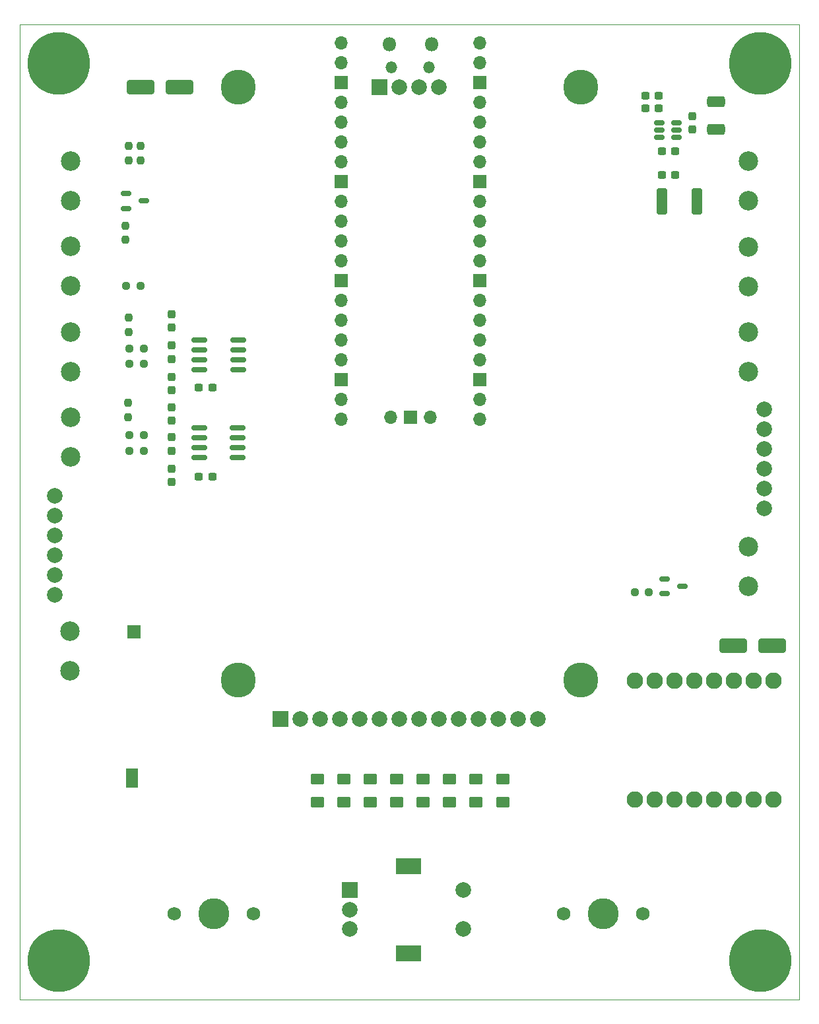
<source format=gbr>
%TF.GenerationSoftware,KiCad,Pcbnew,9.0.5*%
%TF.CreationDate,2025-11-13T17:06:43-05:00*%
%TF.ProjectId,Solder-Oven-PCB-V1,536f6c64-6572-42d4-9f76-656e2d504342,rev?*%
%TF.SameCoordinates,Original*%
%TF.FileFunction,Soldermask,Top*%
%TF.FilePolarity,Negative*%
%FSLAX46Y46*%
G04 Gerber Fmt 4.6, Leading zero omitted, Abs format (unit mm)*
G04 Created by KiCad (PCBNEW 9.0.5) date 2025-11-13 17:06:43*
%MOMM*%
%LPD*%
G01*
G04 APERTURE LIST*
G04 Aperture macros list*
%AMRoundRect*
0 Rectangle with rounded corners*
0 $1 Rounding radius*
0 $2 $3 $4 $5 $6 $7 $8 $9 X,Y pos of 4 corners*
0 Add a 4 corners polygon primitive as box body*
4,1,4,$2,$3,$4,$5,$6,$7,$8,$9,$2,$3,0*
0 Add four circle primitives for the rounded corners*
1,1,$1+$1,$2,$3*
1,1,$1+$1,$4,$5*
1,1,$1+$1,$6,$7*
1,1,$1+$1,$8,$9*
0 Add four rect primitives between the rounded corners*
20,1,$1+$1,$2,$3,$4,$5,0*
20,1,$1+$1,$4,$5,$6,$7,0*
20,1,$1+$1,$6,$7,$8,$9,0*
20,1,$1+$1,$8,$9,$2,$3,0*%
%AMFreePoly0*
4,1,6,1.000000,0.000000,0.500000,-0.750000,-0.500000,-0.750000,-0.500000,0.750000,0.500000,0.750000,1.000000,0.000000,1.000000,0.000000,$1*%
%AMFreePoly1*
4,1,6,0.500000,-0.750000,-0.650000,-0.750000,-0.150000,0.000000,-0.650000,0.750000,0.500000,0.750000,0.500000,-0.750000,0.500000,-0.750000,$1*%
G04 Aperture macros list end*
%ADD10RoundRect,0.237500X0.237500X-0.300000X0.237500X0.300000X-0.237500X0.300000X-0.237500X-0.300000X0*%
%ADD11RoundRect,0.237500X0.237500X-0.250000X0.237500X0.250000X-0.237500X0.250000X-0.237500X-0.250000X0*%
%ADD12RoundRect,0.237500X0.300000X0.237500X-0.300000X0.237500X-0.300000X-0.237500X0.300000X-0.237500X0*%
%ADD13C,1.750000*%
%ADD14C,3.987800*%
%ADD15RoundRect,0.250001X0.624999X-0.462499X0.624999X0.462499X-0.624999X0.462499X-0.624999X-0.462499X0*%
%ADD16C,4.500000*%
%ADD17C,2.000000*%
%ADD18R,2.000000X2.000000*%
%ADD19C,8.000000*%
%ADD20RoundRect,0.150000X-0.512500X-0.150000X0.512500X-0.150000X0.512500X0.150000X-0.512500X0.150000X0*%
%ADD21C,2.500000*%
%ADD22RoundRect,0.250000X0.400000X1.450000X-0.400000X1.450000X-0.400000X-1.450000X0.400000X-1.450000X0*%
%ADD23RoundRect,0.150000X-0.825000X-0.150000X0.825000X-0.150000X0.825000X0.150000X-0.825000X0.150000X0*%
%ADD24RoundRect,0.237500X-0.250000X-0.237500X0.250000X-0.237500X0.250000X0.237500X-0.250000X0.237500X0*%
%ADD25R,3.200000X2.000000*%
%ADD26RoundRect,0.250000X1.500000X0.650000X-1.500000X0.650000X-1.500000X-0.650000X1.500000X-0.650000X0*%
%ADD27RoundRect,0.237500X-0.237500X0.300000X-0.237500X-0.300000X0.237500X-0.300000X0.237500X0.300000X0*%
%ADD28R,1.700000X1.700000*%
%ADD29RoundRect,0.237500X-0.237500X0.250000X-0.237500X-0.250000X0.237500X-0.250000X0.237500X0.250000X0*%
%ADD30RoundRect,0.237500X0.250000X0.237500X-0.250000X0.237500X-0.250000X-0.237500X0.250000X-0.237500X0*%
%ADD31FreePoly0,270.000000*%
%ADD32FreePoly1,270.000000*%
%ADD33RoundRect,0.350000X0.800000X-0.350000X0.800000X0.350000X-0.800000X0.350000X-0.800000X-0.350000X0*%
%ADD34RoundRect,0.237500X-0.300000X-0.237500X0.300000X-0.237500X0.300000X0.237500X-0.300000X0.237500X0*%
%ADD35O,1.800000X1.800000*%
%ADD36O,1.500000X1.500000*%
%ADD37O,1.700000X1.700000*%
%ADD38C,2.109000*%
%TA.AperFunction,Profile*%
%ADD39C,0.050000*%
%TD*%
G04 APERTURE END LIST*
%TO.C,JP1*%
G36*
X115150000Y-145375000D02*
G01*
X113650000Y-145375000D01*
X113650000Y-147825000D01*
X115150000Y-147825000D01*
X115150000Y-145375000D01*
G37*
%TD*%
D10*
%TO.C,C5*%
X119500000Y-96862500D03*
X119500000Y-95137500D03*
%TD*%
D11*
%TO.C,R18*%
X114000000Y-67412500D03*
X114000000Y-65587500D03*
%TD*%
D12*
%TO.C,C8*%
X124725000Y-96500000D03*
X123000000Y-96500000D03*
%TD*%
D13*
%TO.C,SW3*%
X179955000Y-164000000D03*
X169795000Y-164000000D03*
D14*
X174875000Y-164000000D03*
%TD*%
D15*
%TO.C,D6*%
X155170000Y-149687500D03*
X155170000Y-146712500D03*
%TD*%
D16*
%TO.C,U4*%
X128000000Y-58000000D03*
X128000000Y-134080000D03*
X172000000Y-58000000D03*
X172000000Y-134080000D03*
D17*
X166510000Y-139000000D03*
X163970000Y-139000000D03*
X161430000Y-139000000D03*
X158890000Y-139000000D03*
X156350000Y-139000000D03*
X153810000Y-139000000D03*
X151270000Y-139000000D03*
X148730000Y-139000000D03*
X146190000Y-139000000D03*
X143650000Y-139000000D03*
X141110000Y-139000000D03*
X138570000Y-139000000D03*
X136030000Y-139000000D03*
D18*
X133490000Y-139000000D03*
D17*
X153810000Y-58000000D03*
X151270000Y-58000000D03*
X148730000Y-58000000D03*
D18*
X146190000Y-58000000D03*
%TD*%
D19*
%TO.C,H3*%
X105000000Y-170000000D03*
%TD*%
D20*
%TO.C,Q11*%
X182725000Y-121050000D03*
X182725000Y-122950000D03*
X185000000Y-122000000D03*
%TD*%
D15*
%TO.C,D8*%
X161950000Y-149687500D03*
X161950000Y-146712500D03*
%TD*%
D21*
%TO.C,J2*%
X106500000Y-94500000D03*
X106500000Y-89420000D03*
%TD*%
D15*
%TO.C,D7*%
X158560000Y-149687500D03*
X158560000Y-146712500D03*
%TD*%
D19*
%TO.C,H1*%
X105000000Y-55000000D03*
%TD*%
D10*
%TO.C,C4*%
X119475000Y-108632500D03*
X119475000Y-106907500D03*
%TD*%
D22*
%TO.C,F1*%
X186883000Y-72644000D03*
X182433000Y-72644000D03*
%TD*%
D21*
%TO.C,J4*%
X193500000Y-67460000D03*
X193500000Y-72540000D03*
%TD*%
D10*
%TO.C,C3*%
X119475000Y-100770000D03*
X119475000Y-99045000D03*
%TD*%
D23*
%TO.C,U1*%
X123025000Y-101730000D03*
X123025000Y-103000000D03*
X123025000Y-104270000D03*
X123025000Y-105540000D03*
X127975000Y-105540000D03*
X127975000Y-104270000D03*
X127975000Y-103000000D03*
X127975000Y-101730000D03*
%TD*%
D19*
%TO.C,H4*%
X195000000Y-170000000D03*
%TD*%
D10*
%TO.C,C1*%
X119475000Y-104632500D03*
X119475000Y-102907500D03*
%TD*%
D11*
%TO.C,R1*%
X113912500Y-100325000D03*
X113912500Y-98500000D03*
%TD*%
D12*
%TO.C,C12*%
X182012500Y-60712500D03*
X180287500Y-60712500D03*
%TD*%
D24*
%TO.C,R6*%
X114087500Y-91500000D03*
X115912500Y-91500000D03*
%TD*%
D18*
%TO.C,SW1*%
X142375000Y-161000000D03*
D17*
X142375000Y-166000000D03*
X142375000Y-163500000D03*
D25*
X149875000Y-157900000D03*
X149875000Y-169100000D03*
D17*
X156875000Y-166000000D03*
X156875000Y-161000000D03*
%TD*%
%TO.C,J7*%
X195500000Y-99320000D03*
X195500000Y-101860000D03*
X195500000Y-104400000D03*
X195500000Y-106960000D03*
X195500000Y-109500000D03*
X195500000Y-112040000D03*
%TD*%
D24*
%TO.C,R3*%
X114087500Y-104635000D03*
X115912500Y-104635000D03*
%TD*%
D10*
%TO.C,C6*%
X119500000Y-92862500D03*
X119500000Y-91137500D03*
%TD*%
D26*
%TO.C,D10*%
X120500000Y-58000000D03*
X115500000Y-58000000D03*
%TD*%
D27*
%TO.C,C11*%
X186300000Y-61725000D03*
X186300000Y-63450000D03*
%TD*%
D24*
%TO.C,R7*%
X113675000Y-83500000D03*
X115500000Y-83500000D03*
%TD*%
D28*
%TO.C,J11*%
X114625000Y-127875000D03*
%TD*%
D20*
%TO.C,Q9*%
X113662500Y-71650000D03*
X113662500Y-73550000D03*
X115937500Y-72600000D03*
%TD*%
D29*
%TO.C,R33*%
X113600000Y-75775000D03*
X113600000Y-77600000D03*
%TD*%
D21*
%TO.C,J6*%
X106500000Y-72540000D03*
X106500000Y-67460000D03*
%TD*%
D30*
%TO.C,R34*%
X180712500Y-122800000D03*
X178887500Y-122800000D03*
%TD*%
D21*
%TO.C,J3*%
X106500000Y-83500000D03*
X106500000Y-78420000D03*
%TD*%
%TO.C,J12*%
X193500000Y-116960000D03*
X193500000Y-122040000D03*
%TD*%
D15*
%TO.C,D5*%
X151780000Y-149687500D03*
X151780000Y-146712500D03*
%TD*%
D13*
%TO.C,SW2*%
X129955000Y-164000000D03*
X119795000Y-164000000D03*
D14*
X124875000Y-164000000D03*
%TD*%
D17*
%TO.C,J5*%
X104500000Y-123110000D03*
X104500000Y-120570000D03*
X104500000Y-118030000D03*
X104500000Y-115470000D03*
X104500000Y-112930000D03*
X104500000Y-110390000D03*
%TD*%
D11*
%TO.C,R4*%
X114000000Y-89412500D03*
X114000000Y-87587500D03*
%TD*%
D24*
%TO.C,R2*%
X114087500Y-102635000D03*
X115912500Y-102635000D03*
%TD*%
D21*
%TO.C,J8*%
X193500000Y-78460000D03*
X193500000Y-83540000D03*
%TD*%
%TO.C,J10*%
X106426000Y-132842000D03*
X106426000Y-127762000D03*
%TD*%
D31*
%TO.C,JP1*%
X114400000Y-145875000D03*
D32*
X114400000Y-147325000D03*
%TD*%
D12*
%TO.C,C13*%
X182012500Y-59137500D03*
X180287500Y-59137500D03*
%TD*%
D11*
%TO.C,R17*%
X115500000Y-67412500D03*
X115500000Y-65587500D03*
%TD*%
D26*
%TO.C,D9*%
X196500000Y-129600000D03*
X191500000Y-129600000D03*
%TD*%
D23*
%TO.C,U2*%
X123050000Y-90460000D03*
X123050000Y-91730000D03*
X123050000Y-93000000D03*
X123050000Y-94270000D03*
X128000000Y-94270000D03*
X128000000Y-93000000D03*
X128000000Y-91730000D03*
X128000000Y-90460000D03*
%TD*%
D19*
%TO.C,H2*%
X195000000Y-55000000D03*
%TD*%
D12*
%TO.C,C2*%
X124700000Y-108000000D03*
X122975000Y-108000000D03*
%TD*%
D21*
%TO.C,J1*%
X106500000Y-105460000D03*
X106500000Y-100380000D03*
%TD*%
D15*
%TO.C,D1*%
X138220000Y-149687500D03*
X138220000Y-146712500D03*
%TD*%
D33*
%TO.C,L1*%
X189300000Y-63412500D03*
X189300000Y-59862500D03*
%TD*%
D15*
%TO.C,D2*%
X141610000Y-149687500D03*
X141610000Y-146712500D03*
%TD*%
D10*
%TO.C,C7*%
X119500000Y-88862500D03*
X119500000Y-87137500D03*
%TD*%
D34*
%TO.C,C10*%
X182362500Y-66212500D03*
X184087500Y-66212500D03*
%TD*%
D20*
%TO.C,U9*%
X182016500Y-62580500D03*
X182016500Y-63530500D03*
X182016500Y-64480500D03*
X184291500Y-64480500D03*
X184291500Y-63530500D03*
X184291500Y-62580500D03*
%TD*%
D21*
%TO.C,J9*%
X193500000Y-89460000D03*
X193500000Y-94540000D03*
%TD*%
D34*
%TO.C,C18*%
X182387500Y-69300000D03*
X184112500Y-69300000D03*
%TD*%
D24*
%TO.C,R5*%
X114087500Y-93500000D03*
X115912500Y-93500000D03*
%TD*%
D15*
%TO.C,D3*%
X145000000Y-149687500D03*
X145000000Y-146712500D03*
%TD*%
%TO.C,D4*%
X148390000Y-149687500D03*
X148390000Y-146712500D03*
%TD*%
D35*
%TO.C,U10*%
X152835000Y-52470000D03*
D36*
X152535000Y-55500000D03*
X147685000Y-55500000D03*
D35*
X147385000Y-52470000D03*
D37*
X159000000Y-52340000D03*
X159000000Y-54880000D03*
D28*
X159000000Y-57420000D03*
D37*
X159000000Y-59960000D03*
X159000000Y-62500000D03*
X159000000Y-65040000D03*
X159000000Y-67580000D03*
D28*
X159000000Y-70120000D03*
D37*
X159000000Y-72660000D03*
X159000000Y-75200000D03*
X159000000Y-77740000D03*
X159000000Y-80280000D03*
D28*
X159000000Y-82820000D03*
D37*
X159000000Y-85360000D03*
X159000000Y-87900000D03*
X159000000Y-90440000D03*
X159000000Y-92980000D03*
D28*
X159000000Y-95520000D03*
D37*
X159000000Y-98060000D03*
X159000000Y-100600000D03*
X141220000Y-100600000D03*
X141220000Y-98060000D03*
D28*
X141220000Y-95520000D03*
D37*
X141220000Y-92980000D03*
X141220000Y-90440000D03*
X141220000Y-87900000D03*
X141220000Y-85360000D03*
D28*
X141220000Y-82820000D03*
D37*
X141220000Y-80280000D03*
X141220000Y-77740000D03*
X141220000Y-75200000D03*
X141220000Y-72660000D03*
D28*
X141220000Y-70120000D03*
D37*
X141220000Y-67580000D03*
X141220000Y-65040000D03*
X141220000Y-62500000D03*
X141220000Y-59960000D03*
D28*
X141220000Y-57420000D03*
D37*
X141220000Y-54880000D03*
X141220000Y-52340000D03*
X152650000Y-100370000D03*
D28*
X150110000Y-100370000D03*
D37*
X147570000Y-100370000D03*
%TD*%
D38*
%TO.C,U3*%
X196700000Y-134105000D03*
X194160000Y-134105000D03*
X191620000Y-134105000D03*
X189080000Y-134105000D03*
X186540000Y-134105000D03*
X184000000Y-134105000D03*
X181460000Y-134105000D03*
X178920000Y-134105000D03*
X178920000Y-149345000D03*
X181460000Y-149345000D03*
X184000000Y-149345000D03*
X186540000Y-149345000D03*
X189080000Y-149345000D03*
X191620000Y-149345000D03*
X194160000Y-149345000D03*
X196700000Y-149345000D03*
%TD*%
D39*
X100000000Y-50000000D02*
X200000000Y-50000000D01*
X200000000Y-175000000D01*
X100000000Y-175000000D01*
X100000000Y-50000000D01*
M02*

</source>
